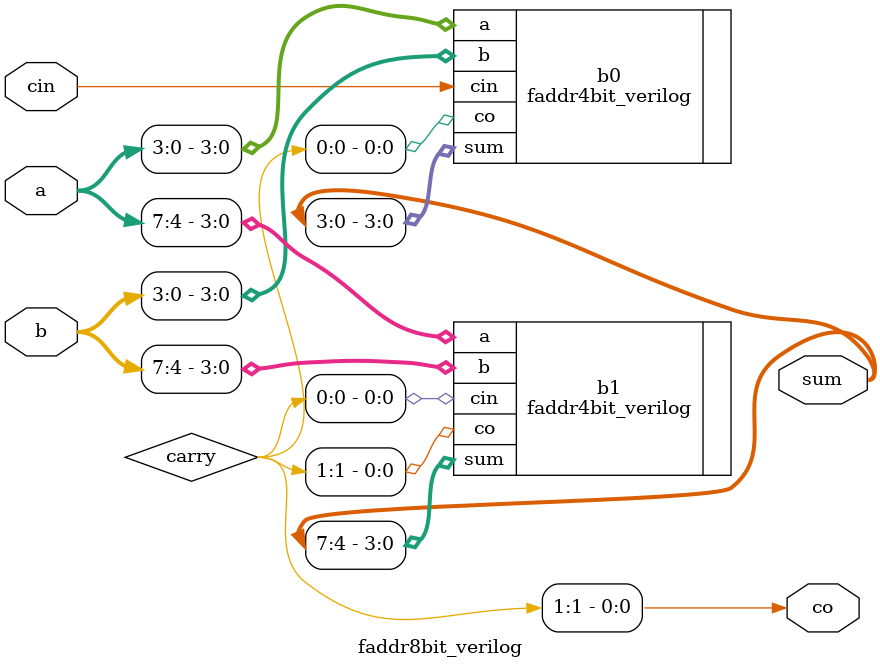
<source format=v>
`timescale 1ns / 1ps
module faddr8bit_verilog(
    input [7:0] a,
    input [7:0] b,
    input cin,
    output co,
    output [7:0] sum
    );
	wire [1:0] carry;
	faddr4bit_verilog b0( .a(a[3:0]), .b(b[3:0]), .cin(cin), .co(carry[0]), .sum(sum[3:0]));
	faddr4bit_verilog b1( .a(a[7:4]), .b(b[7:4]), .cin(carry[0]), .co(carry[1]), .sum(sum[7:4]));
	assign co = carry[1];
endmodule

</source>
